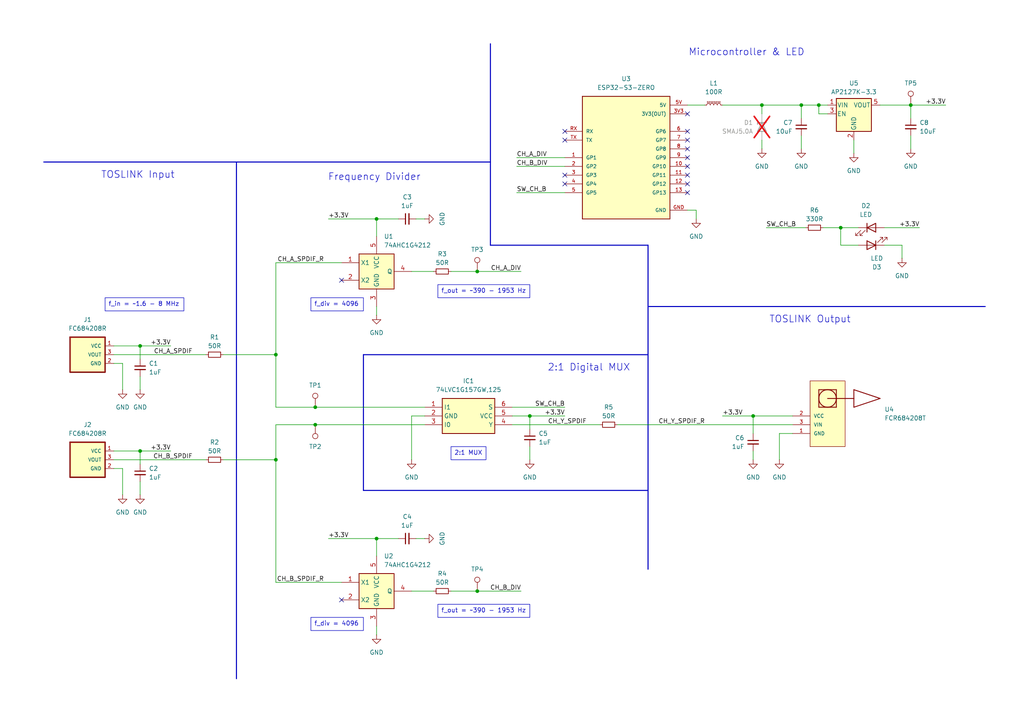
<source format=kicad_sch>
(kicad_sch (version 20250114) (generator "eeschema") (generator_version "9.0")
  (paper "A4")
  (title_block (title "ESP32 TOSLINK 2:1 Auto Switcher") (date "2025-12-28") (rev "1") (comment 4 "github.com/uELKO"))
  (lib_symbols
    (symbol "74LVC1G157GW_125:74LVC1G157GW,125"
      (property "Reference" "IC" (at 21.59 7.62 0))
      (property "Value" "74LVC1G157GW,125" (at 21.59 5.08 0))
      (symbol "74LVC1G157GW,125_1_1"
        (rectangle (start 5.08 2.54) (end 20.32 -7.62) (stroke (width 0.254)) (fill (type background)))
        (pin passive line (at 0 0 0) (length 5.08) (name "I1") (number "1"))
        (pin passive line (at 0 -2.54 0) (length 5.08) (name "GND") (number "2"))
        (pin passive line (at 0 -5.08 0) (length 5.08) (name "I0") (number "3"))
        (pin passive line (at 25.4 0 180) (length 5.08) (name "S") (number "6"))
        (pin passive line (at 25.4 -2.54 180) (length 5.08) (name "VCC") (number "5"))
        (pin passive line (at 25.4 -5.08 180) (length 5.08) (name "Y") (number "4"))
      )
    )
    (symbol "74xGxx:74AHC1G4210"
      (property "Reference" "U" (at -3.81 6.35 0))
      (property "Value" "74AHC1G4210" (at 7.62 6.35 0))
      (symbol "74AHC1G4210_0_1"
        (rectangle (start -5.08 5.08) (end 5.08 -5.08) (stroke (width 0.254)) (fill (type background)))
      )
      (symbol "74AHC1G4210_1_1"
        (pin input line (at -10.16 2.54 0) (length 5.08) (name "X1") (number "1"))
        (pin input line (at -10.16 -2.54 0) (length 5.08) (name "X2") (number "2"))
        (pin power_in line (at 0 10.16 270) (length 5.08) (name "VCC") (number "5"))
        (pin power_in line (at 0 -10.16 90) (length 5.08) (name "GND") (number "3"))
        (pin output line (at 10.16 0 180) (length 5.08) (name "Q") (number "4"))
      )
    )
    (symbol "Connector:TestPoint" (pin_numbers (hide yes)) (pin_names (offset 0.762) (hide yes))
      (property "Reference" "TP" (at 0 6.858 0))
      (property "Value" "TestPoint" (at 0 5.08 0))
      (symbol "TestPoint_0_1"
        (circle (center 0 3.302) (radius 0.762))
      )
      (symbol "TestPoint_1_1"
        (pin passive line (at 0 0 90) (length 2.54) (name "1") (number "1"))
      )
    )
    (symbol "Device:C_Small" (pin_numbers (hide yes)) (pin_names (offset 0.254) (hide yes))
      (property "Reference" "C" (at 0.254 1.778 0))
      (property "Value" "C_Small" (at 0.254 -2.032 0))
      (symbol "C_Small_0_1"
        (polyline (pts (xy -1.524 0.508) (xy 1.524 0.508)) (stroke (width 0.3048)))
        (polyline (pts (xy -1.524 -0.508) (xy 1.524 -0.508)) (stroke (width 0.3302)))
      )
      (symbol "C_Small_1_1"
        (pin passive line (at 0 2.54 270) (length 2.032) (name "~") (number "1"))
        (pin passive line (at 0 -2.54 90) (length 2.032) (name "~") (number "2"))
      )
    )
    (symbol "Device:LED" (pin_numbers (hide yes)) (pin_names (offset 1.016) (hide yes))
      (property "Reference" "D" (at 0 2.54 0))
      (property "Value" "LED" (at 0 -2.54 0))
      (symbol "LED_0_1"
        (polyline (pts (xy -3.048 -0.762) (xy -4.572 -2.286) (xy -3.81 -2.286) (xy -4.572 -2.286) (xy -4.572 -1.524)))
        (polyline (pts (xy -1.778 -0.762) (xy -3.302 -2.286) (xy -2.54 -2.286) (xy -3.302 -2.286) (xy -3.302 -1.524)))
        (polyline (pts (xy -1.27 0) (xy 1.27 0)))
        (polyline (pts (xy -1.27 -1.27) (xy -1.27 1.27)) (stroke (width 0.254)))
        (polyline (pts (xy 1.27 -1.27) (xy 1.27 1.27) (xy -1.27 0) (xy 1.27 -1.27)) (stroke (width 0.254)))
      )
      (symbol "LED_1_1"
        (pin passive line (at -3.81 0 0) (length 2.54) (name "K") (number "1"))
        (pin passive line (at 3.81 0 180) (length 2.54) (name "A") (number "2"))
      )
    )
    (symbol "Device:L_Ferrite_Small" (pin_numbers (hide yes)) (pin_names (offset 0.254) (hide yes))
      (property "Reference" "L" (at 1.27 1.016 0))
      (property "Value" "L_Ferrite_Small" (at 1.27 -1.27 0))
      (symbol "L_Ferrite_Small_0_1"
        (arc (start 0 2.032) (mid 0.5058 1.524) (end 0 1.016))
        (arc (start 0 1.016) (mid 0.5058 0.508) (end 0 0))
        (arc (start 0 0) (mid 0.5058 -0.508) (end 0 -1.016))
        (arc (start 0 -1.016) (mid 0.5058 -1.524) (end 0 -2.032))
        (polyline (pts (xy 0.762 1.651) (xy 0.762 1.905)))
        (polyline (pts (xy 0.762 1.143) (xy 0.762 1.397)))
        (polyline (pts (xy 0.762 0.635) (xy 0.762 0.889)))
        (polyline (pts (xy 0.762 0.127) (xy 0.762 0.381)))
        (polyline (pts (xy 0.762 -0.381) (xy 0.762 -0.127)))
        (polyline (pts (xy 0.762 -0.889) (xy 0.762 -0.635)))
        (polyline (pts (xy 0.762 -1.397) (xy 0.762 -1.143)))
        (polyline (pts (xy 0.762 -1.905) (xy 0.762 -1.651)))
        (polyline (pts (xy 1.016 1.905) (xy 1.016 1.651)))
        (polyline (pts (xy 1.016 1.397) (xy 1.016 1.143)))
        (polyline (pts (xy 1.016 0.889) (xy 1.016 0.635)))
        (polyline (pts (xy 1.016 0.381) (xy 1.016 0.127)))
        (polyline (pts (xy 1.016 -0.127) (xy 1.016 -0.381)))
        (polyline (pts (xy 1.016 -0.635) (xy 1.016 -0.889)))
        (polyline (pts (xy 1.016 -1.143) (xy 1.016 -1.397)))
        (polyline (pts (xy 1.016 -1.651) (xy 1.016 -1.905)))
      )
      (symbol "L_Ferrite_Small_1_1"
        (pin passive line (at 0 2.54 270) (length 0.508) (name "~") (number "1"))
        (pin passive line (at 0 -2.54 90) (length 0.508) (name "~") (number "2"))
      )
    )
    (symbol "Device:R_Small" (pin_numbers (hide yes)) (pin_names (offset 0.254) (hide yes))
      (property "Reference" "R" (at 0 0 90))
      (property "Value" "R_Small" (at 1.778 0 90))
      (symbol "R_Small_0_1"
        (rectangle (start -0.762 1.778) (end 0.762 -1.778) (stroke (width 0.2032)))
      )
      (symbol "R_Small_1_1"
        (pin passive line (at 0 2.54 270) (length 0.762) (name "~") (number "1"))
        (pin passive line (at 0 -2.54 90) (length 0.762) (name "~") (number "2"))
      )
    )
    (symbol "Diode:SMAJ5.0A" (pin_numbers (hide yes)) (pin_names (offset 1.016) (hide yes))
      (property "Reference" "D" (at 0 2.54 0))
      (property "Value" "SMAJ5.0A" (at 0 -2.54 0))
      (symbol "SMAJ5.0A_0_1"
        (polyline (pts (xy -0.762 1.27) (xy -1.27 1.27) (xy -1.27 -1.27)) (stroke (width 0.254)))
        (polyline (pts (xy 1.27 1.27) (xy 1.27 -1.27) (xy -1.27 0) (xy 1.27 1.27)) (stroke (width 0.254)))
      )
      (symbol "SMAJ5.0A_1_1"
        (pin passive line (at -3.81 0 0) (length 2.54) (name "A1") (number "1"))
        (pin passive line (at 3.81 0 180) (length 2.54) (name "A2") (number "2"))
      )
    )
    (symbol "ESP32-S3-ZERO:ESP32-S3-ZERO" (pin_names (offset 1.016))
      (property "Reference" "U" (at -12.7 18.542 0))
      (property "Value" "ESP32-S3-ZERO" (at -12.7 -20.32 0))
      (symbol "ESP32-S3-ZERO_0_0"
        (rectangle (start -12.7 -17.78) (end 12.7 17.78) (stroke (width 0.254)) (fill (type background)))
        (pin input line (at -17.78 7.62 0) (length 5.08) (name "RX") (number "RX"))
        (pin output line (at -17.78 5.08 0) (length 5.08) (name "TX") (number "TX"))
        (pin bidirectional line (at -17.78 0 0) (length 5.08) (name "GP1") (number "1"))
        (pin bidirectional line (at -17.78 -2.54 0) (length 5.08) (name "GP2") (number "2"))
        (pin bidirectional line (at -17.78 -5.08 0) (length 5.08) (name "GP3") (number "3"))
        (pin bidirectional line (at -17.78 -7.62 0) (length 5.08) (name "GP4") (number "4"))
        (pin bidirectional line (at -17.78 -10.16 0) (length 5.08) (name "GP5") (number "5"))
        (pin power_in line (at 17.78 15.24 180) (length 5.08) (name "5V") (number "5V"))
        (pin power_in line (at 17.78 12.7 180) (length 5.08) (name "3V3(OUT)") (number "3V3"))
        (pin bidirectional line (at 17.78 7.62 180) (length 5.08) (name "GP6") (number "6"))
        (pin bidirectional line (at 17.78 5.08 180) (length 5.08) (name "GP7") (number "7"))
        (pin bidirectional line (at 17.78 2.54 180) (length 5.08) (name "GP8") (number "8"))
        (pin bidirectional line (at 17.78 0 180) (length 5.08) (name "GP9") (number "9"))
        (pin bidirectional line (at 17.78 -2.54 180) (length 5.08) (name "GP10") (number "10"))
        (pin bidirectional line (at 17.78 -5.08 180) (length 5.08) (name "GP11") (number "11"))
        (pin bidirectional line (at 17.78 -7.62 180) (length 5.08) (name "GP12") (number "12"))
        (pin bidirectional line (at 17.78 -10.16 180) (length 5.08) (name "GP13") (number "13"))
        (pin power_in line (at 17.78 -15.24 180) (length 5.08) (name "GND") (number "GND"))
      )
    )
    (symbol "FC684208R:FC684208R" (pin_names (offset 1.016))
      (property "Reference" "J" (at -5.08 5.842 0))
      (property "Value" "FC684208R" (at -5.08 -7.62 0))
      (symbol "FC684208R_0_0"
        (rectangle (start -5.08 -5.08) (end 5.08 5.08) (stroke (width 0.4064)) (fill (type background)))
        (pin power_in line (at 7.62 2.54 180) (length 2.54) (name "VCC") (number "1"))
        (pin output line (at 7.62 0 180) (length 2.54) (name "VOUT") (number "3"))
        (pin power_in line (at 7.62 -2.54 180) (length 2.54) (name "GND") (number "2"))
      )
    )
    (symbol "FCR684208T:FCR684208T" (pin_names (offset 1.016))
      (property "Reference" "U" (at 0 -15.24 0))
      (property "Value" "FCR684208T" (at 0 0 0))
      (symbol "FCR684208T_0_0"
        (polyline (pts (xy -2.54 2.54) (xy 2.54 2.54)) (stroke (width 0.254)))
        (polyline (pts (xy -2.54 -2.54) (xy -2.54 2.54)) (stroke (width 0.254)))
        (polyline (pts (xy 0 0) (xy 7.62 0)) (stroke (width 0.254)))
        (circle (center 0 0) (radius 2.54) (stroke (width 0.254)))
        (polyline (pts (xy 2.54 2.54) (xy 2.54 -2.54)) (stroke (width 0.254)))
        (polyline (pts (xy 2.54 -2.54) (xy -2.54 -2.54)) (stroke (width 0.254)))
        (polyline (pts (xy 7.62 2.54) (xy 15.24 0)) (stroke (width 0.254)))
        (polyline (pts (xy 7.62 0) (xy 7.62 2.54)) (stroke (width 0.254)))
        (polyline (pts (xy 7.62 -2.54) (xy 7.62 0)) (stroke (width 0.254)))
        (polyline (pts (xy 15.24 0) (xy 7.62 -2.54)) (stroke (width 0.254)))
        (pin bidirectional line (at -10.16 -5.08 0) (length 5.08) (name "VCC") (number "2"))
        (pin bidirectional line (at -10.16 -7.62 0) (length 5.08) (name "VIN") (number "3"))
        (pin bidirectional line (at -10.16 -10.16 0) (length 5.08) (name "GND") (number "1"))
        (pin bidirectional line (at -10.16 -10.16 0) (length 5.08) (hide yes) (name "GND") (number "MP1"))
        (pin bidirectional line (at -10.16 -10.16 0) (length 5.08) (hide yes) (name "GND") (number "MP2"))
      )
      (symbol "FCR684208T_1_0"
        (rectangle (start -5.08 5.08) (end 5.08 -13.97) (fill (type background)))
      )
    )
    (symbol "Regulator_Linear:AP2127K-3.3" (pin_names (offset 0.254))
      (property "Reference" "U" (at -5.08 5.715 0))
      (property "Value" "AP2127K-3.3" (at 0 5.715 0))
      (symbol "AP2127K-3.3_0_1"
        (rectangle (start -5.08 4.445) (end 5.08 -5.08) (stroke (width 0.254)) (fill (type background)))
      )
      (symbol "AP2127K-3.3_1_1"
        (pin power_in line (at -7.62 2.54 0) (length 2.54) (name "VIN") (number "1"))
        (pin input line (at -7.62 0 0) (length 2.54) (name "EN") (number "3"))
        (pin power_in line (at 0 -7.62 90) (length 2.54) (name "GND") (number "2"))
        (pin no_connect line (at 5.08 0 180) (length 2.54) (hide yes) (name "NC") (number "4"))
        (pin power_out line (at 7.62 2.54 180) (length 2.54) (name "VOUT") (number "5"))
      )
    )
    (symbol "power:GND" (power) (pin_numbers (hide yes)) (pin_names (offset 0) (hide yes))
      (property "Value" "GND" (at 0 -3.81 0))
      (symbol "GND_0_1"
        (polyline (pts (xy 0 0) (xy 0 -1.27) (xy 1.27 -1.27) (xy 0 -2.54) (xy -1.27 -1.27) (xy 0 -1.27)))
      )
      (symbol "GND_1_1"
        (pin power_in line (at 0 0 270) (length 0) (name "~") (number "1"))
      )
    )
  )
  (text "2:1 Digital MUX" (at 170.815 106.68 0) (effects (font (size 2 2))))
  (text "Frequency Divider" (at 108.585 51.435 0) (effects (font (size 2 2))))
  (text "TOSLINK Output" (at 234.95 92.71 0) (effects (font (size 2 2))))
  (text "Microcontroller & LED" (at 216.535 15.24 0) (effects (font (size 2 2))))
  (text "TOSLINK Input" (at 40.005 50.8 0) (effects (font (size 2 2))))
  (text_box "f_div = 4096" (at 90.17 179.07 0) (size 15.24 3.81) (margins 0.9525 0.9525 0.9525 0.9525) (effects (font (size 1.27 1.27)) (justify left top)))
  (text_box "f_out = ~390 - 1953 Hz" (at 127 175.26 0) (size 26.67 3.81) (margins 0.9525 0.9525 0.9525 0.9525) (effects (font (size 1.27 1.27)) (justify left top)))
  (text_box "f_div = 4096" (at 90.17 86.36 0) (size 15.24 3.81) (margins 0.9525 0.9525 0.9525 0.9525) (effects (font (size 1.27 1.27)) (justify left top)))
  (text_box "2:1 MUX" (at 130.81 129.54 0) (size 10.16 3.81) (margins 0.9525 0.9525 0.9525 0.9525) (effects (font (size 1.27 1.27)) (justify left top)))
  (text_box "f_out = ~390 - 1953 Hz" (at 127 82.55 0) (size 26.67 3.81) (margins 0.9525 0.9525 0.9525 0.9525) (effects (font (size 1.27 1.27)) (justify left top)))
  (text_box "f_in = ~1.6 - 8 MHz" (at 30.48 86.36 0) (size 22.86 3.81) (margins 0.9525 0.9525 0.9525 0.9525) (effects (font (size 1.27 1.27)) (justify left top)))
  (junction (at 220.98 30.48))
  (junction (at 138.43 171.45))
  (junction (at 243.84 66.04))
  (junction (at 80.01 102.87))
  (junction (at 218.44 120.65))
  (junction (at 232.41 30.48))
  (junction (at 91.44 123.19))
  (junction (at 40.64 130.81))
  (junction (at 109.22 156.21))
  (junction (at 264.16 30.48))
  (junction (at 40.64 100.33))
  (junction (at 109.22 63.5))
  (junction (at 80.01 133.35))
  (junction (at 153.67 120.65))
  (junction (at 138.43 78.74))
  (junction (at 91.44 118.11))
  (junction (at 237.49 30.48))
  (no_connect (at 199.39 53.34))
  (no_connect (at 99.06 81.28))
  (no_connect (at 163.83 38.1))
  (no_connect (at 199.39 45.72))
  (no_connect (at 199.39 38.1))
  (no_connect (at 199.39 50.8))
  (no_connect (at 199.39 55.88))
  (no_connect (at 163.83 50.8))
  (no_connect (at 163.83 53.34))
  (no_connect (at 99.06 173.99))
  (no_connect (at 199.39 43.18))
  (no_connect (at 199.39 33.02))
  (no_connect (at 163.83 40.64))
  (no_connect (at 199.39 48.26))
  (no_connect (at 199.39 40.64))
  (wire (pts (xy 261.62 71.12) (xy 261.62 74.93)))
  (wire (pts (xy 238.76 66.04) (xy 243.84 66.04)))
  (wire (pts (xy 149.86 48.26) (xy 163.83 48.26)))
  (wire (pts (xy 218.44 120.65) (xy 218.44 125.73)))
  (wire (pts (xy 91.44 123.19) (xy 123.19 123.19)))
  (wire (pts (xy 264.16 30.48) (xy 274.32 30.48)))
  (wire (pts (xy 261.62 71.12) (xy 256.54 71.12)))
  (wire (pts (xy 148.59 120.65) (xy 153.67 120.65)))
  (wire (pts (xy 247.65 40.64) (xy 247.65 44.45)))
  (wire (pts (xy 153.67 129.54) (xy 153.67 133.35)))
  (wire (pts (xy 109.22 156.21) (xy 115.57 156.21)))
  (wire (pts (xy 163.83 55.88) (xy 149.86 55.88)))
  (wire (pts (xy 119.38 133.35) (xy 119.38 120.65)))
  (wire (pts (xy 264.16 39.37) (xy 264.16 43.18)))
  (wire (pts (xy 209.55 30.48) (xy 220.98 30.48)))
  (wire (pts (xy 199.39 60.96) (xy 201.93 60.96)))
  (wire (pts (xy 40.64 109.22) (xy 40.64 113.03)))
  (wire (pts (xy 80.01 123.19) (xy 80.01 133.35)))
  (wire (pts (xy 226.06 133.35) (xy 226.06 125.73)))
  (wire (pts (xy 237.49 33.02) (xy 240.03 33.02)))
  (wire (pts (xy 153.67 120.65) (xy 163.83 120.65)))
  (wire (pts (xy 130.81 78.74) (xy 138.43 78.74)))
  (wire (pts (xy 33.02 100.33) (xy 40.64 100.33)))
  (wire (pts (xy 218.44 130.81) (xy 218.44 133.35)))
  (wire (pts (xy 232.41 30.48) (xy 232.41 34.29)))
  (polyline (pts (xy 187.96 71.12) (xy 187.96 88.9)) (stroke (width 0.3) (type solid)))
  (polyline (pts (xy 142.24 12.7) (xy 142.24 71.12)) (stroke (width 0.3) (type solid)))
  (wire (pts (xy 80.01 118.11) (xy 80.01 102.87)))
  (wire (pts (xy 226.06 125.73) (xy 229.87 125.73)))
  (polyline (pts (xy 142.24 71.12) (xy 187.96 71.12)) (stroke (width 0.3) (type solid)))
  (wire (pts (xy 40.64 139.7) (xy 40.64 143.51)))
  (wire (pts (xy 35.56 105.41) (xy 35.56 113.03)))
  (wire (pts (xy 80.01 118.11) (xy 91.44 118.11)))
  (wire (pts (xy 40.64 100.33) (xy 49.53 100.33)))
  (wire (pts (xy 148.59 123.19) (xy 173.99 123.19)))
  (wire (pts (xy 109.22 156.21) (xy 109.22 161.29)))
  (wire (pts (xy 256.54 66.04) (xy 266.7 66.04)))
  (wire (pts (xy 179.07 123.19) (xy 229.87 123.19)))
  (wire (pts (xy 120.65 63.5) (xy 123.19 63.5)))
  (wire (pts (xy 201.93 63.5) (xy 201.93 60.96)))
  (wire (pts (xy 237.49 33.02) (xy 237.49 30.48)))
  (wire (pts (xy 109.22 63.5) (xy 109.22 68.58)))
  (wire (pts (xy 120.65 156.21) (xy 123.19 156.21)))
  (wire (pts (xy 109.22 63.5) (xy 95.25 63.5)))
  (wire (pts (xy 64.77 133.35) (xy 80.01 133.35)))
  (wire (pts (xy 248.92 66.04) (xy 243.84 66.04)))
  (wire (pts (xy 119.38 78.74) (xy 125.73 78.74)))
  (wire (pts (xy 119.38 120.65) (xy 123.19 120.65)))
  (wire (pts (xy 125.73 171.45) (xy 119.38 171.45)))
  (wire (pts (xy 220.98 40.64) (xy 220.98 43.18)))
  (wire (pts (xy 109.22 156.21) (xy 95.25 156.21)))
  (wire (pts (xy 40.64 130.81) (xy 49.53 130.81)))
  (polyline (pts (xy 68.58 46.99) (xy 142.24 46.99)) (stroke (width 0.3) (type solid)))
  (wire (pts (xy 148.59 118.11) (xy 163.83 118.11)))
  (wire (pts (xy 64.77 102.87) (xy 80.01 102.87)))
  (wire (pts (xy 237.49 30.48) (xy 240.03 30.48)))
  (wire (pts (xy 109.22 63.5) (xy 115.57 63.5)))
  (polyline (pts (xy 105.41 102.87) (xy 187.96 102.87)) (stroke (width 0.3) (type solid)))
  (polyline (pts (xy 68.58 46.99) (xy 68.58 196.85)) (stroke (width 0.3) (type solid)))
  (wire (pts (xy 153.67 120.65) (xy 153.67 124.46)))
  (wire (pts (xy 264.16 30.48) (xy 264.16 34.29)))
  (wire (pts (xy 40.64 130.81) (xy 40.64 134.62)))
  (wire (pts (xy 138.43 78.74) (xy 151.13 78.74)))
  (wire (pts (xy 80.01 168.91) (xy 99.06 168.91)))
  (polyline (pts (xy 12.7 46.99) (xy 68.58 46.99)) (stroke (width 0.3) (type solid)))
  (wire (pts (xy 220.98 30.48) (xy 232.41 30.48)))
  (wire (pts (xy 80.01 168.91) (xy 80.01 133.35)))
  (wire (pts (xy 209.55 120.65) (xy 218.44 120.65)))
  (wire (pts (xy 91.44 118.11) (xy 123.19 118.11)))
  (wire (pts (xy 80.01 123.19) (xy 91.44 123.19)))
  (polyline (pts (xy 105.41 142.24) (xy 105.41 102.87)) (stroke (width 0.3) (type solid)))
  (wire (pts (xy 33.02 130.81) (xy 40.64 130.81)))
  (wire (pts (xy 255.27 30.48) (xy 264.16 30.48)))
  (wire (pts (xy 40.64 100.33) (xy 40.64 104.14)))
  (polyline (pts (xy 187.96 88.9) (xy 285.75 88.9)) (stroke (width 0.3) (type solid)))
  (wire (pts (xy 222.25 66.04) (xy 233.68 66.04)))
  (wire (pts (xy 33.02 133.35) (xy 59.69 133.35)))
  (wire (pts (xy 80.01 76.2) (xy 80.01 102.87)))
  (wire (pts (xy 218.44 120.65) (xy 229.87 120.65)))
  (wire (pts (xy 243.84 66.04) (xy 243.84 71.12)))
  (wire (pts (xy 35.56 105.41) (xy 33.02 105.41)))
  (wire (pts (xy 109.22 184.15) (xy 109.22 181.61)))
  (wire (pts (xy 220.98 30.48) (xy 220.98 33.02)))
  (wire (pts (xy 80.01 76.2) (xy 99.06 76.2)))
  (wire (pts (xy 149.86 45.72) (xy 163.83 45.72)))
  (wire (pts (xy 138.43 171.45) (xy 151.13 171.45)))
  (wire (pts (xy 243.84 71.12) (xy 248.92 71.12)))
  (wire (pts (xy 35.56 143.51) (xy 35.56 135.89)))
  (wire (pts (xy 199.39 30.48) (xy 204.47 30.48)))
  (wire (pts (xy 232.41 39.37) (xy 232.41 43.18)))
  (wire (pts (xy 35.56 135.89) (xy 33.02 135.89)))
  (wire (pts (xy 130.81 171.45) (xy 138.43 171.45)))
  (wire (pts (xy 33.02 102.87) (xy 59.69 102.87)))
  (wire (pts (xy 109.22 91.44) (xy 109.22 88.9)))
  (polyline (pts (xy 187.96 142.24) (xy 105.41 142.24)) (stroke (width 0.3) (type solid)))
  (polyline (pts (xy 187.96 88.9) (xy 187.96 165.1)) (stroke (width 0.3) (type solid)))
  (wire (pts (xy 232.41 30.48) (xy 237.49 30.48)))
  (label "CH_Y_SPDIF" (at 170.18 123.19 180))
  (label "CH_B_DIV" (at 149.86 48.26 0))
  (label "+3.3V" (at 266.7 66.04 180))
  (label "CH_B_SPDIF" (at 55.88 133.35 180))
  (label "CH_Y_SPDIF_R" (at 204.47 123.19 180))
  (label "SW_CH_B" (at 149.86 55.88 0))
  (label "+3.3V" (at 274.32 30.48 180))
  (label "CH_A_DIV" (at 151.13 78.74 180))
  (label "CH_B_DIV" (at 151.13 171.45 180))
  (label "+3.3V" (at 95.25 63.5 0))
  (label "+3.3V" (at 209.55 120.65 0))
  (label "+3.3V" (at 49.53 100.33 180))
  (label "CH_A_DIV" (at 149.86 45.72 0))
  (label "CH_B_SPDIF_R" (at 93.98 168.91 180))
  (label "CH_A_SPDIF_R" (at 93.98 76.2 180))
  (label "+3.3V" (at 163.83 120.65 180))
  (label "+3.3V" (at 95.25 156.21 0))
  (label "+3.3V" (at 49.53 130.81 180))
  (label "SW_CH_B" (at 222.25 66.04 0))
  (label "SW_CH_B" (at 163.83 118.11 180))
  (label "CH_A_SPDIF" (at 55.88 102.87 180))
  (symbol (lib_id "power:GND") (at 226.06 133.35 0) (mirror y) (unit 1)
    (property "Reference" "#PWR014" (effects (hide yes)))
    (property "Value" "GND" (at 226.06 138.43 0))
    (property "Description" "Power symbol creates a global label with name \"GND\" , ground" (effects (hide yes)))
  )
  (symbol (lib_id "Connector:TestPoint") (at 138.43 171.45 0) (unit 1)
    (property "Reference" "TP4" (at 138.43 165.1 0))
    (property "Value" "TestPoint" (effects (hide yes)))
    (property "Footprint" "TestPoint:TestPoint_Pad_D1.0mm" (effects (hide yes)))
    (property "Description" "test point" (effects (hide yes)))
  )
  (symbol (lib_id "power:GND") (at 35.56 113.03 0) (unit 1)
    (property "Reference" "#PWR01" (effects (hide yes)))
    (property "Value" "GND" (at 35.56 118.11 0))
    (property "Description" "Power symbol creates a global label with name \"GND\" , ground" (effects (hide yes)))
  )
  (symbol (lib_id "Device:C_Small") (at 40.64 106.68 0) (unit 1)
    (property "Reference" "C1" (at 43.18 105.4162 0) (effects (justify left)))
    (property "Value" "1uF" (at 43.18 107.9562 0) (effects (justify left)))
    (property "Footprint" "Capacitor_SMD:C_0805_2012Metric" (effects (hide yes)))
    (property "Description" "Unpolarized capacitor, small symbol" (effects (hide yes)))
  )
  (symbol (lib_id "Device:R_Small") (at 176.53 123.19 90) (unit 1)
    (property "Reference" "R5" (at 176.53 118.11 90))
    (property "Value" "50R" (at 176.53 120.65 90))
    (property "Footprint" "Resistor_SMD:R_0805_2012Metric" (effects (hide yes)))
    (property "Description" "Resistor, small symbol" (effects (hide yes)))
  )
  (symbol (lib_id "Device:R_Small") (at 128.27 78.74 90) (unit 1)
    (property "Reference" "R3" (at 128.27 73.66 90))
    (property "Value" "50R" (at 128.27 76.2 90))
    (property "Footprint" "Resistor_SMD:R_0805_2012Metric" (effects (hide yes)))
    (property "Description" "Resistor, small symbol" (effects (hide yes)))
  )
  (symbol (lib_id "74xGxx:74AHC1G4210") (at 109.22 78.74 0) (unit 1)
    (property "Reference" "U1" (at 111.3633 68.58 0) (effects (justify left)))
    (property "Value" "74AHC1G4212" (at 111.3633 71.12 0) (effects (justify left)))
    (property "Footprint" "Package_TO_SOT_SMD:SOT-353_SC-70-5" (effects (hide yes)))
    (property "Datasheet" "https://assets.nexperia.com/documents/data-sheet/74AHC1G4210.pdf" (effects (hide yes)))
    (property "Description" "10-stage divider and oscillator, SOT353-1" (effects (hide yes)))
  )
  (symbol (lib_id "Device:C_Small") (at 264.16 36.83 0) (unit 1)
    (property "Reference" "C8" (at 266.7 35.5662 0) (effects (justify left)))
    (property "Value" "10uF" (at 266.7 38.1062 0) (effects (justify left)))
    (property "Footprint" "Capacitor_SMD:C_0805_2012Metric" (effects (hide yes)))
    (property "Description" "Unpolarized capacitor, small symbol" (effects (hide yes)))
  )
  (symbol (lib_id "power:GND") (at 123.19 63.5 90) (mirror x) (unit 1)
    (property "Reference" "#PWR08" (effects (hide yes)))
    (property "Value" "GND" (at 128.27 63.5 0))
    (property "Description" "Power symbol creates a global label with name \"GND\" , ground" (effects (hide yes)))
  )
  (symbol (lib_id "ESP32-S3-ZERO:ESP32-S3-ZERO") (at 181.61 45.72 0) (unit 1)
    (property "Reference" "U3" (at 181.61 22.86 0))
    (property "Value" "ESP32-S3-ZERO" (at 181.61 25.4 0))
    (property "Footprint" "footprints:MODULE_ESP32-S3-ZERO" (effects (hide yes)))
    (property "MF" "Waveshare Electronics" (effects (hide yes)))
    (property "MAXIMUM_PACKAGE_HEIGHT" "4.35mm" (effects (hide yes)))
    (property "CREATOR" "ANA" (effects (hide yes)))
    (property "Price" "None" (effects (hide yes)))
    (property "Package" "None" (effects (hide yes)))
    (property "Check_prices" "https://www.snapeda.com/parts/ESP32-S3-Zero/Waveshare+Electronics/view-part/?ref=eda" (effects (hide yes)))
    (property "STANDARD" "Manufacturer Recommendations" (effects (hide yes)))
    (property "PARTREV" "NA" (effects (hide yes)))
    (property "VERIFIER" "RODRIGO" (effects (hide yes)))
    (property "SnapEDA_Link" "https://www.snapeda.com/parts/ESP32-S3-Zero/Waveshare+Electronics/view-part/?ref=snap" (effects (hide yes)))
    (property "MP" "ESP32-S3-Zero" (effects (hide yes)))
    (property "Description_1" "ESP32-S3 Mini Development Board, Based on ESP32-S3FH4R2 Dual-Core Processor, 240MHz Running Frequency, 2.4GHz Wi-Fi & Bluetooth 5" (effects (hide yes)))
    (property "Availability" "Not in stock" (effects (hide yes)))
    (property "MANUFACTURER" "Waveshare" (effects (hide yes)))
  )
  (symbol (lib_id "power:GND") (at 232.41 43.18 0) (mirror y) (unit 1)
    (property "Reference" "#PWR015" (effects (hide yes)))
    (property "Value" "GND" (at 232.41 48.26 0))
    (property "Description" "Power symbol creates a global label with name \"GND\" , ground" (effects (hide yes)))
  )
  (symbol (lib_id "Connector:TestPoint") (at 264.16 30.48 0) (unit 1)
    (property "Reference" "TP5" (at 264.16 24.13 0))
    (property "Value" "TestPoint" (effects (hide yes)))
    (property "Footprint" "TestPoint:TestPoint_Pad_D1.0mm" (effects (hide yes)))
    (property "Description" "test point" (effects (hide yes)))
  )
  (symbol (lib_id "Device:C_Small") (at 118.11 156.21 90) (mirror x) (unit 1)
    (property "Reference" "C4" (at 118.1163 149.86 90))
    (property "Value" "1uF" (at 118.1163 152.4 90))
    (property "Footprint" "Capacitor_SMD:C_0805_2012Metric" (effects (hide yes)))
    (property "Description" "Unpolarized capacitor, small symbol" (effects (hide yes)))
  )
  (symbol (lib_id "Device:R_Small") (at 62.23 102.87 90) (unit 1)
    (property "Reference" "R1" (at 62.23 97.79 90))
    (property "Value" "50R" (at 62.23 100.33 90))
    (property "Footprint" "Resistor_SMD:R_0805_2012Metric" (effects (hide yes)))
    (property "Description" "Resistor, small symbol" (effects (hide yes)))
  )
  (symbol (lib_id "power:GND") (at 218.44 133.35 0) (mirror y) (unit 1)
    (property "Reference" "#PWR012" (effects (hide yes)))
    (property "Value" "GND" (at 218.44 138.43 0))
    (property "Description" "Power symbol creates a global label with name \"GND\" , ground" (effects (hide yes)))
  )
  (symbol (lib_id "74xGxx:74AHC1G4210") (at 109.22 171.45 0) (unit 1)
    (property "Reference" "U2" (at 111.3633 161.29 0) (effects (justify left)))
    (property "Value" "74AHC1G4212" (at 111.3633 163.83 0) (effects (justify left)))
    (property "Footprint" "Package_TO_SOT_SMD:SOT-353_SC-70-5" (effects (hide yes)))
    (property "Datasheet" "https://assets.nexperia.com/documents/data-sheet/74AHC1G4210.pdf" (effects (hide yes)))
    (property "Description" "10-stage divider and oscillator, SOT353-1" (effects (hide yes)))
  )
  (symbol (lib_id "Device:R_Small") (at 236.22 66.04 90) (unit 1)
    (property "Reference" "R6" (at 236.22 60.96 90))
    (property "Value" "330R" (at 236.22 63.5 90))
    (property "Footprint" "Resistor_SMD:R_0805_2012Metric" (effects (hide yes)))
    (property "Description" "Resistor, small symbol" (effects (hide yes)))
  )
  (symbol (lib_id "power:GND") (at 123.19 156.21 90) (mirror x) (unit 1)
    (property "Reference" "#PWR09" (effects (hide yes)))
    (property "Value" "GND" (at 128.27 156.21 0))
    (property "Description" "Power symbol creates a global label with name \"GND\" , ground" (effects (hide yes)))
  )
  (symbol (lib_id "FC684208R:FC684208R") (at 25.4 133.35 0) (unit 1)
    (property "Reference" "J2" (at 25.4 123.19 0))
    (property "Value" "FC684208R" (at 25.4 125.73 0))
    (property "Footprint" "footprints:ORJ-8" (effects (hide yes)))
    (property "MF" "RS Pro" (effects (hide yes)))
    (property "Description_1" "RS PRO, Jack Fibre Optic Connector, Toslink" (effects (hide yes)))
    (property "Package" "None" (effects (hide yes)))
    (property "Price" "None" (effects (hide yes)))
    (property "SnapEDA_Link" "https://www.snapeda.com/parts/FC684208R/RS+Pro/view-part/?ref=snap" (effects (hide yes)))
    (property "MP" "FC684208R" (effects (hide yes)))
    (property "Availability" "Not in stock" (effects (hide yes)))
    (property "Check_prices" "https://www.snapeda.com/parts/FC684208R/RS+Pro/view-part/?ref=eda" (effects (hide yes)))
  )
  (symbol (lib_id "Device:R_Small") (at 62.23 133.35 90) (unit 1)
    (property "Reference" "R2" (at 62.23 128.27 90))
    (property "Value" "50R" (at 62.23 130.81 90))
    (property "Footprint" "Resistor_SMD:R_0805_2012Metric" (effects (hide yes)))
    (property "Description" "Resistor, small symbol" (effects (hide yes)))
  )
  (symbol (lib_id "Device:C_Small") (at 153.67 127 0) (unit 1)
    (property "Reference" "C5" (at 156.21 125.7362 0) (effects (justify left)))
    (property "Value" "1uF" (at 156.21 128.2762 0) (effects (justify left)))
    (property "Footprint" "Capacitor_SMD:C_0805_2012Metric" (effects (hide yes)))
    (property "Description" "Unpolarized capacitor, small symbol" (effects (hide yes)))
  )
  (symbol (lib_id "Device:C_Small") (at 232.41 36.83 0) (mirror y) (unit 1)
    (property "Reference" "C7" (at 229.87 35.5662 0) (effects (justify left)))
    (property "Value" "10uF" (at 229.87 38.1062 0) (effects (justify left)))
    (property "Footprint" "Capacitor_SMD:C_0805_2012Metric" (effects (hide yes)))
    (property "Description" "Unpolarized capacitor, small symbol" (effects (hide yes)))
  )
  (symbol (lib_id "power:GND") (at 153.67 133.35 0) (unit 1)
    (property "Reference" "#PWR010" (effects (hide yes)))
    (property "Value" "GND" (at 153.67 138.43 0))
    (property "Description" "Power symbol creates a global label with name \"GND\" , ground" (effects (hide yes)))
  )
  (symbol (lib_id "power:GND") (at 119.38 133.35 0) (mirror y) (unit 1)
    (property "Reference" "#PWR07" (effects (hide yes)))
    (property "Value" "GND" (at 119.38 138.43 0))
    (property "Description" "Power symbol creates a global label with name \"GND\" , ground" (effects (hide yes)))
  )
  (symbol (lib_id "power:GND") (at 35.56 143.51 0) (unit 1)
    (property "Reference" "#PWR02" (effects (hide yes)))
    (property "Value" "GND" (at 35.56 148.59 0))
    (property "Description" "Power symbol creates a global label with name \"GND\" , ground" (effects (hide yes)))
  )
  (symbol (lib_id "Device:C_Small") (at 118.11 63.5 90) (mirror x) (unit 1)
    (property "Reference" "C3" (at 118.1163 57.15 90))
    (property "Value" "1uF" (at 118.1163 59.69 90))
    (property "Footprint" "Capacitor_SMD:C_0805_2012Metric" (effects (hide yes)))
    (property "Description" "Unpolarized capacitor, small symbol" (effects (hide yes)))
  )
  (symbol (lib_id "power:GND") (at 261.62 74.93 0) (mirror y) (unit 1)
    (property "Reference" "#PWR017" (effects (hide yes)))
    (property "Value" "GND" (at 261.62 80.01 0))
    (property "Description" "Power symbol creates a global label with name \"GND\" , ground" (effects (hide yes)))
  )
  (symbol (lib_id "Device:LED") (at 252.73 66.04 0) (unit 1)
    (property "Reference" "D2" (at 251.1425 59.69 0))
    (property "Value" "LED" (at 251.1425 62.23 0))
    (property "Footprint" "LED_SMD:LED_Kingbright_APA1606_1.6x0.6mm_Horizontal" (effects (hide yes)))
    (property "Description" "Light emitting diode" (effects (hide yes)))
    (property "Sim.Pins" "1=K 2=A" (effects (hide yes)))
  )
  (symbol (lib_id "Regulator_Linear:AP2127K-3.3") (at 247.65 33.02 0) (unit 1)
    (property "Reference" "U5" (at 247.65 24.13 0))
    (property "Value" "AP2127K-3.3" (at 247.65 26.67 0))
    (property "Footprint" "Package_TO_SOT_SMD:SOT-23-5" (effects (hide yes)))
    (property "Datasheet" "https://www.diodes.com/assets/Datasheets/AP2127.pdf" (effects (hide yes)))
    (property "Description" "300mA low dropout linear regulator, shutdown pin, 2.5V-6V input voltage, 3.3V fixed positive output, SOT-23-5" (effects (hide yes)))
  )
  (symbol (lib_id "power:GND") (at 264.16 43.18 0) (unit 1)
    (property "Reference" "#PWR018" (effects (hide yes)))
    (property "Value" "GND" (at 264.16 48.26 0))
    (property "Description" "Power symbol creates a global label with name \"GND\" , ground" (effects (hide yes)))
  )
  (symbol (lib_id "power:GND") (at 40.64 143.51 0) (unit 1)
    (property "Reference" "#PWR04" (effects (hide yes)))
    (property "Value" "GND" (at 40.64 148.59 0))
    (property "Description" "Power symbol creates a global label with name \"GND\" , ground" (effects (hide yes)))
  )
  (symbol (lib_id "power:GND") (at 201.93 63.5 0) (mirror y) (unit 1)
    (property "Reference" "#PWR011" (effects (hide yes)))
    (property "Value" "GND" (at 201.93 68.58 0))
    (property "Description" "Power symbol creates a global label with name \"GND\" , ground" (effects (hide yes)))
  )
  (symbol (lib_id "Diode:SMAJ5.0A") (at 220.98 36.83 90) (mirror x) (unit 1) (on_board no) (dnp yes)
    (property "Reference" "D1" (at 218.44 35.5599 90) (effects (justify left)))
    (property "Value" "SMAJ5.0A" (at 218.44 38.0999 90) (effects (justify left)))
    (property "Footprint" "Diode_SMD:D_SMA" (effects (hide yes)))
    (property "Datasheet" "https://www.littelfuse.com/media?resourcetype=datasheets&itemid=75e32973-b177-4ee3-a0ff-cedaf1abdb93&filename=smaj-datasheet" (effects (hide yes)))
    (property "Description" "400W unidirectional Transient Voltage Suppressor, 5.0Vr, SMA(DO-214AC)" (effects (hide yes)))
  )
  (symbol (lib_id "power:GND") (at 220.98 43.18 0) (mirror y) (unit 1)
    (property "Reference" "#PWR013" (effects (hide yes)))
    (property "Value" "GND" (at 220.98 48.26 0))
    (property "Description" "Power symbol creates a global label with name \"GND\" , ground" (effects (hide yes)))
  )
  (symbol (lib_id "Connector:TestPoint") (at 91.44 123.19 0) (mirror x) (unit 1)
    (property "Reference" "TP2" (at 91.44 129.54 0))
    (property "Value" "TestPoint" (effects (hide yes)))
    (property "Footprint" "TestPoint:TestPoint_Pad_D1.0mm" (effects (hide yes)))
    (property "Description" "test point" (effects (hide yes)))
  )
  (symbol (lib_id "Device:R_Small") (at 128.27 171.45 90) (unit 1)
    (property "Reference" "R4" (at 128.27 166.37 90))
    (property "Value" "50R" (at 128.27 168.91 90))
    (property "Footprint" "Resistor_SMD:R_0805_2012Metric" (effects (hide yes)))
    (property "Description" "Resistor, small symbol" (effects (hide yes)))
  )
  (symbol (lib_id "74LVC1G157GW_125:74LVC1G157GW,125") (at 123.19 118.11 0) (unit 1)
    (property "Reference" "IC1" (at 135.89 110.49 0))
    (property "Value" "74LVC1G157GW,125" (at 135.89 113.03 0))
    (property "Footprint" "footprints:SOP65P210X110-6N" (effects (hide yes)))
    (property "Datasheet" "https://assets.nexperia.com/documents/data-sheet/74LVC1G157.pdf" (effects (hide yes)))
    (property "Description" "NXP 74LVC1G157GW,125, Multiplexer Encoder, 2 to 1, 1.65  5.5 V, 6-Pin SC-88" (effects (hide yes)))
    (property "Height" "1.1" (effects (hide yes)))
    (property "Mouser Part Number" "771-74LVC1G157GW-G" (effects (hide yes)))
    (property "Mouser Price/Stock" "https://www.mouser.co.uk/ProductDetail/Nexperia/74LVC1G157GW125?qs=me8TqzrmIYXIuOIBP1Hsug%3D%3D" (effects (hide yes)))
    (property "Manufacturer_Name" "Nexperia" (effects (hide yes)))
    (property "Manufacturer_Part_Number" "74LVC1G157GW,125" (effects (hide yes)))
  )
  (symbol (lib_id "FCR684208T:FCR684208T") (at 240.03 115.57 0) (unit 1)
    (property "Reference" "U4" (at 256.54 118.7449 0) (effects (justify left)))
    (property "Value" "FCR684208T" (at 256.54 121.2849 0) (effects (justify left)))
    (property "Footprint" "footprints:FCR684208T_R" (effects (hide yes)))
    (property "MF" "Cliff Electronics" (effects (hide yes)))
    (property "Description_1" "Fiber Optic Transmitter with Driver 655nm 16Mbps 2.7V ~ 5.5V 10 mA" (effects (hide yes)))
    (property "Package" "None" (effects (hide yes)))
    (property "Price" "None" (effects (hide yes)))
    (property "SnapEDA_Link" "https://www.snapeda.com/parts/FCR684208T/Cliff+Electronic+Components/view-part/?ref=snap" (effects (hide yes)))
    (property "MP" "FCR684208T" (effects (hide yes)))
    (property "Availability" "In Stock" (effects (hide yes)))
    (property "Check_prices" "https://www.snapeda.com/parts/FCR684208T/Cliff+Electronic+Components/view-part/?ref=eda" (effects (hide yes)))
  )
  (symbol (lib_id "power:GND") (at 109.22 184.15 0) (mirror y) (unit 1)
    (property "Reference" "#PWR06" (effects (hide yes)))
    (property "Value" "GND" (at 109.22 189.23 0))
    (property "Description" "Power symbol creates a global label with name \"GND\" , ground" (effects (hide yes)))
  )
  (symbol (lib_id "Device:L_Ferrite_Small") (at 207.01 30.48 90) (unit 1)
    (property "Reference" "L1" (at 207.01 24.13 90))
    (property "Value" "100R" (at 207.01 26.67 90))
    (property "Footprint" "Inductor_SMD:L_0805_2012Metric" (effects (hide yes)))
    (property "Description" "Inductor with ferrite core, small symbol" (effects (hide yes)))
  )
  (symbol (lib_id "FC684208R:FC684208R") (at 25.4 102.87 0) (unit 1)
    (property "Reference" "J1" (at 25.4 92.71 0))
    (property "Value" "FC684208R" (at 25.4 95.25 0))
    (property "Footprint" "footprints:ORJ-8" (effects (hide yes)))
    (property "MF" "RS Pro" (effects (hide yes)))
    (property "Description_1" "RS PRO, Jack Fibre Optic Connector, Toslink" (effects (hide yes)))
    (property "Package" "None" (effects (hide yes)))
    (property "Price" "None" (effects (hide yes)))
    (property "SnapEDA_Link" "https://www.snapeda.com/parts/FC684208R/RS+Pro/view-part/?ref=snap" (effects (hide yes)))
    (property "MP" "FC684208R" (effects (hide yes)))
    (property "Availability" "Not in stock" (effects (hide yes)))
    (property "Check_prices" "https://www.snapeda.com/parts/FC684208R/RS+Pro/view-part/?ref=eda" (effects (hide yes)))
  )
  (symbol (lib_id "power:GND") (at 247.65 44.45 0) (mirror y) (unit 1)
    (property "Reference" "#PWR016" (effects (hide yes)))
    (property "Value" "GND" (at 247.65 49.53 0))
    (property "Description" "Power symbol creates a global label with name \"GND\" , ground" (effects (hide yes)))
  )
  (symbol (lib_id "Connector:TestPoint") (at 138.43 78.74 0) (unit 1)
    (property "Reference" "TP3" (at 138.43 72.39 0))
    (property "Value" "TestPoint" (effects (hide yes)))
    (property "Footprint" "TestPoint:TestPoint_Pad_D1.0mm" (effects (hide yes)))
    (property "Description" "test point" (effects (hide yes)))
  )
  (symbol (lib_id "Device:C_Small") (at 218.44 128.27 0) (mirror y) (unit 1)
    (property "Reference" "C6" (at 215.9 127.0062 0) (effects (justify left)))
    (property "Value" "1uF" (at 215.9 129.5462 0) (effects (justify left)))
    (property "Footprint" "Capacitor_SMD:C_0805_2012Metric" (effects (hide yes)))
    (property "Description" "Unpolarized capacitor, small symbol" (effects (hide yes)))
  )
  (symbol (lib_id "power:GND") (at 109.22 91.44 0) (mirror y) (unit 1)
    (property "Reference" "#PWR05" (effects (hide yes)))
    (property "Value" "GND" (at 109.22 96.52 0))
    (property "Description" "Power symbol creates a global label with name \"GND\" , ground" (effects (hide yes)))
  )
  (symbol (lib_id "Connector:TestPoint") (at 91.44 118.11 0) (unit 1)
    (property "Reference" "TP1" (at 91.44 111.76 0))
    (property "Value" "TestPoint" (effects (hide yes)))
    (property "Footprint" "TestPoint:TestPoint_Pad_D1.0mm" (effects (hide yes)))
    (property "Description" "test point" (effects (hide yes)))
  )
  (symbol (lib_id "Device:C_Small") (at 40.64 137.16 0) (unit 1)
    (property "Reference" "C2" (at 43.18 135.8962 0) (effects (justify left)))
    (property "Value" "1uF" (at 43.18 138.4362 0) (effects (justify left)))
    (property "Footprint" "Capacitor_SMD:C_0805_2012Metric" (effects (hide yes)))
    (property "Description" "Unpolarized capacitor, small symbol" (effects (hide yes)))
  )
  (symbol (lib_id "power:GND") (at 40.64 113.03 0) (unit 1)
    (property "Reference" "#PWR03" (effects (hide yes)))
    (property "Value" "GND" (at 40.64 118.11 0))
    (property "Description" "Power symbol creates a global label with name \"GND\" , ground" (effects (hide yes)))
  )
  (symbol (lib_id "Device:LED") (at 252.73 71.12 180) (unit 1)
    (property "Reference" "D3" (at 254.3175 77.47 0))
    (property "Value" "LED" (at 254.3175 74.93 0))
    (property "Footprint" "LED_SMD:LED_Kingbright_APA1606_1.6x0.6mm_Horizontal" (effects (hide yes)))
    (property "Description" "Light emitting diode" (effects (hide yes)))
    (property "Sim.Pins" "1=K 2=A" (effects (hide yes)))
  )
)
</source>
